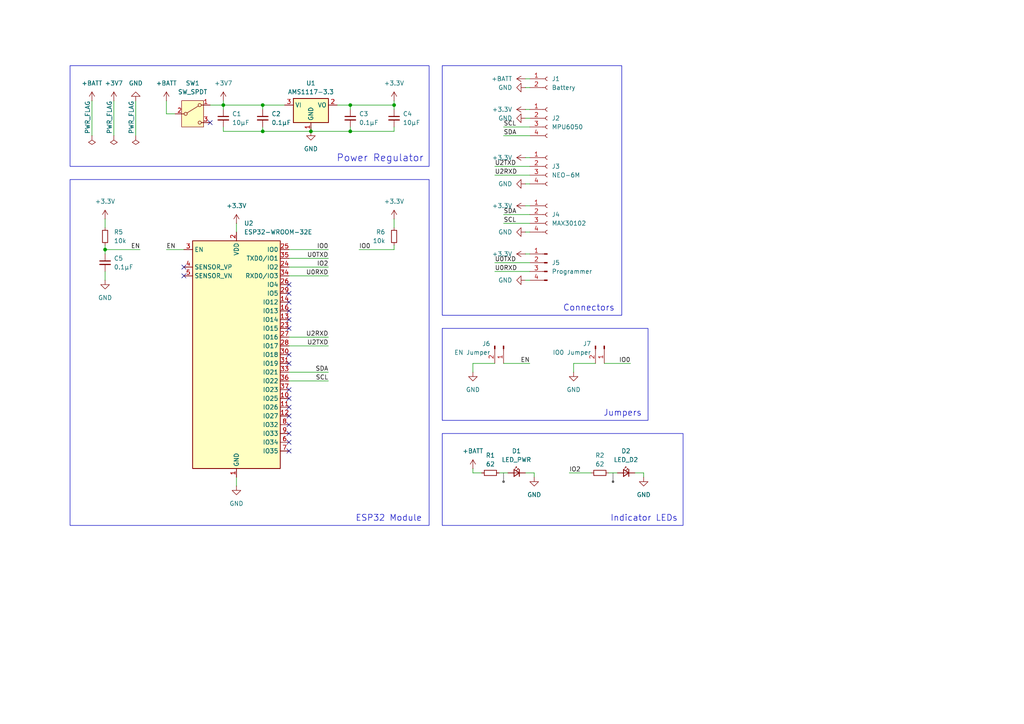
<source format=kicad_sch>
(kicad_sch (version 20231120) (generator "eeschema") (generator_version "8.0")
  (paper "A4")
  (lib_symbols
    (symbol "Connector:Conn_01x02_Pin" (pin_names (offset 1.016) hide)
      (property "Reference" "J" (at 0 2.54 0))
      (property "Value" "Conn_01x02_Pin" (at 0 -5.08 0))
      (symbol "Conn_01x02_Pin_1_1"
        (polyline (pts (xy 1.27 -2.54) (xy 0.8636 -2.54)) (stroke (width 0.1524)))
        (polyline (pts (xy 1.27 0) (xy 0.8636 0)) (stroke (width 0.1524)))
        (rectangle (start 0.8636 -2.413) (end 0 -2.667) (stroke (width 0.1524)) (fill (type outline)))
        (rectangle (start 0.8636 0.127) (end 0 -0.127) (stroke (width 0.1524)) (fill (type outline)))
        (pin passive line (at 5.08 0 180) (length 3.81) (name "Pin_1") (number "1"))
        (pin passive line (at 5.08 -2.54 180) (length 3.81) (name "Pin_2") (number "2"))
      )
    )
    (symbol "Connector:Conn_01x02_Socket" (pin_names (offset 1.016) hide)
      (property "Reference" "J" (at 0 2.54 0))
      (property "Value" "Conn_01x02_Socket" (at 0 -5.08 0))
      (symbol "Conn_01x02_Socket_1_1"
        (arc (start 0 -2.032) (mid -0.5058 -2.54) (end 0 -3.048) (stroke (width 0.1524)))
        (polyline (pts (xy -1.27 -2.54) (xy -0.508 -2.54)) (stroke (width 0.1524)))
        (polyline (pts (xy -1.27 0) (xy -0.508 0)) (stroke (width 0.1524)))
        (arc (start 0 0.508) (mid -0.5058 0) (end 0 -0.508) (stroke (width 0.1524)))
        (pin passive line (at -5.08 0 0) (length 3.81) (name "Pin_1") (number "1"))
        (pin passive line (at -5.08 -2.54 0) (length 3.81) (name "Pin_2") (number "2"))
      )
    )
    (symbol "Connector:Conn_01x04_Pin" (pin_names (offset 1.016) hide)
      (property "Reference" "J" (at 0 5.08 0))
      (property "Value" "Conn_01x04_Pin" (at 0 -7.62 0))
      (symbol "Conn_01x04_Pin_1_1"
        (polyline (pts (xy 1.27 -5.08) (xy 0.8636 -5.08)) (stroke (width 0.1524)))
        (polyline (pts (xy 1.27 -2.54) (xy 0.8636 -2.54)) (stroke (width 0.1524)))
        (polyline (pts (xy 1.27 0) (xy 0.8636 0)) (stroke (width 0.1524)))
        (polyline (pts (xy 1.27 2.54) (xy 0.8636 2.54)) (stroke (width 0.1524)))
        (rectangle (start 0.8636 -4.953) (end 0 -5.207) (stroke (width 0.1524)) (fill (type outline)))
        (rectangle (start 0.8636 -2.413) (end 0 -2.667) (stroke (width 0.1524)) (fill (type outline)))
        (rectangle (start 0.8636 0.127) (end 0 -0.127) (stroke (width 0.1524)) (fill (type outline)))
        (rectangle (start 0.8636 2.667) (end 0 2.413) (stroke (width 0.1524)) (fill (type outline)))
        (pin passive line (at 5.08 2.54 180) (length 3.81) (name "Pin_1") (number "1"))
        (pin passive line (at 5.08 0 180) (length 3.81) (name "Pin_2") (number "2"))
        (pin passive line (at 5.08 -2.54 180) (length 3.81) (name "Pin_3") (number "3"))
        (pin passive line (at 5.08 -5.08 180) (length 3.81) (name "Pin_4") (number "4"))
      )
    )
    (symbol "Connector:Conn_01x04_Socket" (pin_names (offset 1.016) hide)
      (property "Reference" "J" (at 0 5.08 0))
      (property "Value" "Conn_01x04_Socket" (at 0 -7.62 0))
      (symbol "Conn_01x04_Socket_1_1"
        (arc (start 0 -4.572) (mid -0.5058 -5.08) (end 0 -5.588) (stroke (width 0.1524)))
        (arc (start 0 -2.032) (mid -0.5058 -2.54) (end 0 -3.048) (stroke (width 0.1524)))
        (polyline (pts (xy -1.27 -5.08) (xy -0.508 -5.08)) (stroke (width 0.1524)))
        (polyline (pts (xy -1.27 -2.54) (xy -0.508 -2.54)) (stroke (width 0.1524)))
        (polyline (pts (xy -1.27 0) (xy -0.508 0)) (stroke (width 0.1524)))
        (polyline (pts (xy -1.27 2.54) (xy -0.508 2.54)) (stroke (width 0.1524)))
        (arc (start 0 0.508) (mid -0.5058 0) (end 0 -0.508) (stroke (width 0.1524)))
        (arc (start 0 3.048) (mid -0.5058 2.54) (end 0 2.032) (stroke (width 0.1524)))
        (pin passive line (at -5.08 2.54 0) (length 3.81) (name "Pin_1") (number "1"))
        (pin passive line (at -5.08 0 0) (length 3.81) (name "Pin_2") (number "2"))
        (pin passive line (at -5.08 -2.54 0) (length 3.81) (name "Pin_3") (number "3"))
        (pin passive line (at -5.08 -5.08 0) (length 3.81) (name "Pin_4") (number "4"))
      )
    )
    (symbol "Device:C_Small" (pin_numbers hide) (pin_names (offset 0.254) hide)
      (property "Reference" "C" (at 0.254 1.778 0))
      (property "Value" "C_Small" (at 0.254 -2.032 0))
      (symbol "C_Small_0_1"
        (polyline (pts (xy -1.524 -0.508) (xy 1.524 -0.508)) (stroke (width 0.3302)))
        (polyline (pts (xy -1.524 0.508) (xy 1.524 0.508)) (stroke (width 0.3048)))
      )
      (symbol "C_Small_1_1"
        (pin passive line (at 0 2.54 270) (length 2.032) (name "~") (number "1"))
        (pin passive line (at 0 -2.54 90) (length 2.032) (name "~") (number "2"))
      )
    )
    (symbol "Device:LED_Small" (pin_numbers hide) (pin_names (offset 0.254) hide)
      (property "Reference" "D" (at -1.27 3.175 0))
      (property "Value" "LED_Small" (at -4.445 -2.54 0))
      (symbol "LED_Small_0_1"
        (polyline (pts (xy -0.762 -1.016) (xy -0.762 1.016)) (stroke (width 0.254)))
        (polyline (pts (xy 1.016 0) (xy -0.762 0)))
        (polyline (pts (xy 0.762 -1.016) (xy -0.762 0) (xy 0.762 1.016) (xy 0.762 -1.016)) (stroke (width 0.254)))
        (polyline (pts (xy 0 0.762) (xy -0.508 1.27) (xy -0.254 1.27) (xy -0.508 1.27) (xy -0.508 1.016)))
        (polyline (pts (xy 0.508 1.27) (xy 0 1.778) (xy 0.254 1.778) (xy 0 1.778) (xy 0 1.524)))
      )
      (symbol "LED_Small_1_1"
        (pin passive line (at -2.54 0 0) (length 1.778) (name "K") (number "1"))
        (pin passive line (at 2.54 0 180) (length 1.778) (name "A") (number "2"))
      )
    )
    (symbol "Device:R_Small" (pin_numbers hide) (pin_names (offset 0.254) hide)
      (property "Reference" "R" (at 0.762 0.508 0))
      (property "Value" "R_Small" (at 0.762 -1.016 0))
      (symbol "R_Small_0_1"
        (rectangle (start -0.762 1.778) (end 0.762 -1.778) (stroke (width 0.2032)))
      )
      (symbol "R_Small_1_1"
        (pin passive line (at 0 2.54 270) (length 0.762) (name "~") (number "1"))
        (pin passive line (at 0 -2.54 90) (length 0.762) (name "~") (number "2"))
      )
    )
    (symbol "RF_Module:ESP32-WROOM-32E"
      (property "Reference" "U" (at -12.7 34.29 0))
      (property "Value" "ESP32-WROOM-32E" (at 1.27 34.29 0))
      (symbol "ESP32-WROOM-32E_0_1"
        (rectangle (start -12.7 33.02) (end 12.7 -33.02) (stroke (width 0.254)) (fill (type background)))
      )
      (symbol "ESP32-WROOM-32E_1_1"
        (pin power_in line (at 0 -35.56 90) (length 2.54) (name "GND") (number "1"))
        (pin bidirectional line (at 15.24 -12.7 180) (length 2.54) (name "IO25") (number "10"))
        (pin bidirectional line (at 15.24 -15.24 180) (length 2.54) (name "IO26") (number "11"))
        (pin bidirectional line (at 15.24 -17.78 180) (length 2.54) (name "IO27") (number "12"))
        (pin bidirectional line (at 15.24 10.16 180) (length 2.54) (name "IO14") (number "13"))
        (pin bidirectional line (at 15.24 15.24 180) (length 2.54) (name "IO12") (number "14"))
        (pin passive line (at 0 -35.56 90) (length 2.54) hide (name "GND") (number "15"))
        (pin bidirectional line (at 15.24 12.7 180) (length 2.54) (name "IO13") (number "16"))
        (pin no_connect line (at -12.7 -5.08 0) (length 2.54) hide (name "NC") (number "17"))
        (pin no_connect line (at -12.7 -7.62 0) (length 2.54) hide (name "NC") (number "18"))
        (pin no_connect line (at -12.7 -12.7 0) (length 2.54) hide (name "NC") (number "19"))
        (pin power_in line (at 0 35.56 270) (length 2.54) (name "VDD") (number "2"))
        (pin no_connect line (at -12.7 -10.16 0) (length 2.54) hide (name "NC") (number "20"))
        (pin no_connect line (at -12.7 0 0) (length 2.54) hide (name "NC") (number "21"))
        (pin no_connect line (at -12.7 -2.54 0) (length 2.54) hide (name "NC") (number "22"))
        (pin bidirectional line (at 15.24 7.62 180) (length 2.54) (name "IO15") (number "23"))
        (pin bidirectional line (at 15.24 25.4 180) (length 2.54) (name "IO2") (number "24"))
        (pin bidirectional line (at 15.24 30.48 180) (length 2.54) (name "IO0") (number "25"))
        (pin bidirectional line (at 15.24 20.32 180) (length 2.54) (name "IO4") (number "26"))
        (pin bidirectional line (at 15.24 5.08 180) (length 2.54) (name "IO16") (number "27"))
        (pin bidirectional line (at 15.24 2.54 180) (length 2.54) (name "IO17") (number "28"))
        (pin bidirectional line (at 15.24 17.78 180) (length 2.54) (name "IO5") (number "29"))
        (pin input line (at -15.24 30.48 0) (length 2.54) (name "EN") (number "3"))
        (pin bidirectional line (at 15.24 0 180) (length 2.54) (name "IO18") (number "30"))
        (pin bidirectional line (at 15.24 -2.54 180) (length 2.54) (name "IO19") (number "31"))
        (pin no_connect line (at -12.7 -27.94 0) (length 2.54) hide (name "NC") (number "32"))
        (pin bidirectional line (at 15.24 -5.08 180) (length 2.54) (name "IO21") (number "33"))
        (pin bidirectional line (at 15.24 22.86 180) (length 2.54) (name "RXD0/IO3") (number "34"))
        (pin bidirectional line (at 15.24 27.94 180) (length 2.54) (name "TXD0/IO1") (number "35"))
        (pin bidirectional line (at 15.24 -7.62 180) (length 2.54) (name "IO22") (number "36"))
        (pin bidirectional line (at 15.24 -10.16 180) (length 2.54) (name "IO23") (number "37"))
        (pin passive line (at 0 -35.56 90) (length 2.54) hide (name "GND") (number "38"))
        (pin passive line (at 0 -35.56 90) (length 2.54) hide (name "GND") (number "39"))
        (pin input line (at -15.24 25.4 0) (length 2.54) (name "SENSOR_VP") (number "4"))
        (pin input line (at -15.24 22.86 0) (length 2.54) (name "SENSOR_VN") (number "5"))
        (pin input line (at 15.24 -25.4 180) (length 2.54) (name "IO34") (number "6"))
        (pin input line (at 15.24 -27.94 180) (length 2.54) (name "IO35") (number "7"))
        (pin bidirectional line (at 15.24 -20.32 180) (length 2.54) (name "IO32") (number "8"))
        (pin bidirectional line (at 15.24 -22.86 180) (length 2.54) (name "IO33") (number "9"))
      )
    )
    (symbol "Regulator_Linear:AMS1117-3.3"
      (property "Reference" "U" (at -3.81 3.175 0))
      (property "Value" "AMS1117-3.3" (at 0 3.175 0))
      (symbol "AMS1117-3.3_0_1"
        (rectangle (start -5.08 -5.08) (end 5.08 1.905) (stroke (width 0.254)) (fill (type background)))
      )
      (symbol "AMS1117-3.3_1_1"
        (pin power_in line (at 0 -7.62 90) (length 2.54) (name "GND") (number "1"))
        (pin power_out line (at 7.62 0 180) (length 2.54) (name "VO") (number "2"))
        (pin power_in line (at -7.62 0 0) (length 2.54) (name "VI") (number "3"))
      )
    )
    (symbol "Switch:SW_SPDT" (pin_names (offset 0) hide)
      (property "Reference" "SW" (at 0 5.08 0))
      (property "Value" "SW_SPDT" (at 0 -5.08 0))
      (symbol "SW_SPDT_0_1"
        (circle (center -2.032 0) (radius 0.4572))
        (polyline (pts (xy -1.651 0.254) (xy 1.651 2.286)))
        (circle (center 2.032 -2.54) (radius 0.4572))
        (circle (center 2.032 2.54) (radius 0.4572))
      )
      (symbol "SW_SPDT_1_1"
        (rectangle (start -3.175 3.81) (end 3.175 -3.81) (fill (type background)))
        (pin passive line (at 5.08 2.54 180) (length 2.54) (name "A") (number "1"))
        (pin passive line (at -5.08 0 0) (length 2.54) (name "B") (number "2"))
        (pin passive line (at 5.08 -2.54 180) (length 2.54) (name "C") (number "3"))
      )
    )
    (symbol "power:+3.3V" (power) (pin_numbers hide) (pin_names (offset 0) hide)
      (property "Value" "+3.3V" (at 0 3.556 0))
      (symbol "+3.3V_0_1"
        (polyline (pts (xy -0.762 1.27) (xy 0 2.54)))
        (polyline (pts (xy 0 0) (xy 0 2.54)))
        (polyline (pts (xy 0 2.54) (xy 0.762 1.27)))
      )
      (symbol "+3.3V_1_1"
        (pin power_in line (at 0 0 90) (length 0) (name "~") (number "1"))
      )
    )
    (symbol "power:+3V3" (power) (pin_numbers hide) (pin_names (offset 0) hide)
      (property "Value" "+3V3" (at 0 3.556 0))
      (symbol "+3V3_0_1"
        (polyline (pts (xy -0.762 1.27) (xy 0 2.54)))
        (polyline (pts (xy 0 0) (xy 0 2.54)))
        (polyline (pts (xy 0 2.54) (xy 0.762 1.27)))
      )
      (symbol "+3V3_1_1"
        (pin power_in line (at 0 0 90) (length 0) (name "~") (number "1"))
      )
    )
    (symbol "power:+BATT" (power) (pin_numbers hide) (pin_names (offset 0) hide)
      (property "Value" "+BATT" (at 0 3.556 0))
      (symbol "+BATT_0_1"
        (polyline (pts (xy -0.762 1.27) (xy 0 2.54)))
        (polyline (pts (xy 0 0) (xy 0 2.54)))
        (polyline (pts (xy 0 2.54) (xy 0.762 1.27)))
      )
      (symbol "+BATT_1_1"
        (pin power_in line (at 0 0 90) (length 0) (name "~") (number "1"))
      )
    )
    (symbol "power:GND" (power) (pin_numbers hide) (pin_names (offset 0) hide)
      (property "Value" "GND" (at 0 -3.81 0))
      (symbol "GND_0_1"
        (polyline (pts (xy 0 0) (xy 0 -1.27) (xy 1.27 -1.27) (xy 0 -2.54) (xy -1.27 -1.27) (xy 0 -1.27)))
      )
      (symbol "GND_1_1"
        (pin power_in line (at 0 0 270) (length 0) (name "~") (number "1"))
      )
    )
    (symbol "power:PWR_FLAG" (power) (pin_numbers hide) (pin_names (offset 0) hide)
      (property "Value" "PWR_FLAG" (at 0 3.81 0))
      (symbol "PWR_FLAG_0_0"
        (pin power_out line (at 0 0 90) (length 0) (name "~") (number "1"))
      )
      (symbol "PWR_FLAG_0_1"
        (polyline (pts (xy 0 0) (xy 0 1.27) (xy -1.016 1.905) (xy 0 2.54) (xy 1.016 1.905) (xy 0 1.27)))
      )
    )
  )
  (junction (at 76.2 30.48))
  (junction (at 76.2 38.1))
  (junction (at 101.6 38.1))
  (junction (at 114.3 30.48))
  (junction (at 101.6 30.48))
  (junction (at 64.77 30.48))
  (junction (at 30.48 72.39))
  (junction (at 90.17 38.1))
  (no_connect (at 83.82 85.09))
  (no_connect (at 53.34 80.01))
  (no_connect (at 83.82 105.41))
  (no_connect (at 83.82 125.73))
  (no_connect (at 83.82 130.81))
  (no_connect (at 83.82 102.87))
  (no_connect (at 53.34 77.47))
  (no_connect (at 83.82 92.71))
  (no_connect (at 83.82 123.19))
  (no_connect (at 83.82 82.55))
  (no_connect (at 83.82 120.65))
  (no_connect (at 83.82 115.57))
  (no_connect (at 83.82 113.03))
  (no_connect (at 83.82 118.11))
  (no_connect (at 83.82 128.27))
  (no_connect (at 60.96 35.56))
  (no_connect (at 83.82 87.63))
  (no_connect (at 83.82 90.17))
  (no_connect (at 83.82 95.25))
  (wire (pts (xy 101.6 38.1) (xy 114.3 38.1)))
  (wire (pts (xy 144.78 137.16) (xy 147.32 137.16)))
  (wire (pts (xy 48.26 33.02) (xy 50.8 33.02)))
  (wire (pts (xy 176.53 137.16) (xy 179.07 137.16)))
  (wire (pts (xy 30.48 78.74) (xy 30.48 81.28)))
  (wire (pts (xy 143.51 76.2) (xy 153.67 76.2)))
  (wire (pts (xy 143.51 78.74) (xy 153.67 78.74)))
  (wire (pts (xy 83.82 100.33) (xy 95.25 100.33)))
  (wire (pts (xy 39.37 29.21) (xy 39.37 39.37)))
  (wire (pts (xy 114.3 38.1) (xy 114.3 36.83)))
  (wire (pts (xy 154.94 138.43) (xy 154.94 137.16)))
  (wire (pts (xy 143.51 105.41) (xy 137.16 105.41)))
  (wire (pts (xy 165.1 137.16) (xy 171.45 137.16)))
  (wire (pts (xy 186.69 137.16) (xy 184.15 137.16)))
  (wire (pts (xy 104.14 72.39) (xy 114.3 72.39)))
  (wire (pts (xy 83.82 74.93) (xy 95.25 74.93)))
  (wire (pts (xy 152.4 81.28) (xy 153.67 81.28)))
  (wire (pts (xy 114.3 71.12) (xy 114.3 72.39)))
  (wire (pts (xy 101.6 38.1) (xy 101.6 36.83)))
  (wire (pts (xy 166.37 105.41) (xy 166.37 107.95)))
  (wire (pts (xy 101.6 30.48) (xy 101.6 31.75)))
  (wire (pts (xy 76.2 30.48) (xy 76.2 31.75)))
  (wire (pts (xy 83.82 97.79) (xy 95.25 97.79)))
  (wire (pts (xy 137.16 135.89) (xy 137.16 137.16)))
  (wire (pts (xy 64.77 30.48) (xy 76.2 30.48)))
  (wire (pts (xy 90.17 38.1) (xy 101.6 38.1)))
  (wire (pts (xy 152.4 25.4) (xy 153.67 25.4)))
  (wire (pts (xy 152.4 34.29) (xy 153.67 34.29)))
  (wire (pts (xy 101.6 30.48) (xy 114.3 30.48)))
  (wire (pts (xy 48.26 29.21) (xy 48.26 33.02)))
  (wire (pts (xy 83.82 72.39) (xy 95.25 72.39)))
  (wire (pts (xy 83.82 77.47) (xy 95.25 77.47)))
  (wire (pts (xy 146.05 64.77) (xy 153.67 64.77)))
  (wire (pts (xy 146.05 36.83) (xy 153.67 36.83)))
  (wire (pts (xy 152.4 22.86) (xy 153.67 22.86)))
  (wire (pts (xy 114.3 29.21) (xy 114.3 30.48)))
  (wire (pts (xy 64.77 38.1) (xy 76.2 38.1)))
  (wire (pts (xy 48.26 72.39) (xy 53.34 72.39)))
  (wire (pts (xy 30.48 63.5) (xy 30.48 66.04)))
  (wire (pts (xy 40.64 72.39) (xy 30.48 72.39)))
  (wire (pts (xy 137.16 105.41) (xy 137.16 107.95)))
  (wire (pts (xy 97.79 30.48) (xy 101.6 30.48)))
  (wire (pts (xy 186.69 138.43) (xy 186.69 137.16)))
  (wire (pts (xy 153.67 53.34) (xy 152.4 53.34)))
  (wire (pts (xy 90.17 36.83) (xy 90.17 38.1)))
  (wire (pts (xy 64.77 38.1) (xy 64.77 36.83)))
  (wire (pts (xy 143.51 48.26) (xy 153.67 48.26)))
  (wire (pts (xy 146.05 62.23) (xy 153.67 62.23)))
  (wire (pts (xy 137.16 137.16) (xy 139.7 137.16)))
  (wire (pts (xy 153.67 67.31) (xy 152.4 67.31)))
  (wire (pts (xy 146.05 39.37) (xy 153.67 39.37)))
  (wire (pts (xy 154.94 137.16) (xy 152.4 137.16)))
  (wire (pts (xy 68.58 64.77) (xy 68.58 67.31)))
  (wire (pts (xy 68.58 138.43) (xy 68.58 140.97)))
  (wire (pts (xy 114.3 30.48) (xy 114.3 31.75)))
  (wire (pts (xy 152.4 45.72) (xy 153.67 45.72)))
  (wire (pts (xy 76.2 38.1) (xy 90.17 38.1)))
  (wire (pts (xy 83.82 110.49) (xy 95.25 110.49)))
  (wire (pts (xy 26.67 29.21) (xy 26.67 39.37)))
  (wire (pts (xy 30.48 72.39) (xy 30.48 73.66)))
  (wire (pts (xy 146.05 105.41) (xy 153.67 105.41)))
  (wire (pts (xy 152.4 59.69) (xy 153.67 59.69)))
  (wire (pts (xy 76.2 36.83) (xy 76.2 38.1)))
  (wire (pts (xy 83.82 80.01) (xy 95.25 80.01)))
  (wire (pts (xy 172.72 105.41) (xy 166.37 105.41)))
  (wire (pts (xy 152.4 73.66) (xy 153.67 73.66)))
  (wire (pts (xy 64.77 29.21) (xy 64.77 30.48)))
  (wire (pts (xy 82.55 30.48) (xy 76.2 30.48)))
  (wire (pts (xy 152.4 31.75) (xy 153.67 31.75)))
  (wire (pts (xy 33.02 29.21) (xy 33.02 39.37)))
  (wire (pts (xy 60.96 30.48) (xy 64.77 30.48)))
  (wire (pts (xy 83.82 107.95) (xy 95.25 107.95)))
  (wire (pts (xy 64.77 30.48) (xy 64.77 31.75)))
  (wire (pts (xy 30.48 71.12) (xy 30.48 72.39)))
  (wire (pts (xy 143.51 50.8) (xy 153.67 50.8)))
  (wire (pts (xy 114.3 63.5) (xy 114.3 66.04)))
  (wire (pts (xy 175.26 105.41) (xy 182.88 105.41)))
  (rectangle (start 20.32 52.07) (end 124.46 152.4))
  (rectangle (start 128.27 125.73) (end 198.12 152.4))
  (rectangle (start 128.27 95.25) (end 187.96 121.92))
  (rectangle (start 128.27 19.05) (end 180.34 91.44))
  (rectangle (start 20.32 19.05) (end 124.46 48.26))
  (text "Indicator LEDs" (at 196.596 150.368 0) (effects (font (size 1.778 1.778)) (justify right)))
  (text "Power Regulator" (at 122.936 45.974 0) (effects (font (size 2.032 2.032)) (justify right)))
  (text "Jumpers" (at 186.182 119.888 0) (effects (font (size 1.778 1.778)) (justify right)))
  (text "Connectors" (at 178.308 89.408 0) (effects (font (size 1.778 1.778)) (justify right)))
  (text "ESP32 Module" (at 122.428 150.368 0) (effects (font (size 1.778 1.778)) (justify right)))
  (label "U0RXD" (at 143.51 78.74 0))
  (label "U2RXD" (at 95.25 97.79 180))
  (label "SCL" (at 146.05 64.77 0))
  (label "SCL" (at 146.05 36.83 0))
  (label "IO0" (at 182.88 105.41 180))
  (label "EN" (at 40.64 72.39 180))
  (label "EN" (at 48.26 72.39 0))
  (label "U0TXD" (at 95.25 74.93 180))
  (label "IO0" (at 104.14 72.39 0))
  (label "IO0" (at 95.25 72.39 180))
  (label "U2RXD" (at 143.51 50.8 0))
  (label "U2TXD" (at 95.25 100.33 180))
  (label "EN" (at 153.67 105.41 180))
  (label "SDA" (at 95.25 107.95 180))
  (label "U0RXD" (at 95.25 80.01 180))
  (label "IO2" (at 95.25 77.47 180))
  (label "SDA" (at 146.05 62.23 0))
  (label "IO2" (at 165.1 137.16 0))
  (label "SCL" (at 95.25 110.49 180))
  (label "U2TXD" (at 143.51 48.26 0))
  (label "U0TXD" (at 143.51 76.2 0))
  (label "SDA" (at 146.05 39.37 0))
  (netclass_flag "" (length 2.54) (shape dot) (at 177.8 137.16 180) (property "Netclass" "Signal" (effects (hide yes))))
  (netclass_flag "" (length 2.54) (shape dot) (at 146.05 137.16 180) (property "Netclass" "Signal" (effects (hide yes))))
  (symbol (lib_id "power:+BATT") (at 48.26 29.21 0) (unit 1)
    (property "Reference" "#PWR06" (effects (hide yes)))
    (property "Value" "+BATT" (at 48.26 24.13 0))
    (property "Description" "Power symbol creates a global label with name \"+BATT\"" (effects (hide yes)))
  )
  (symbol (lib_id "Connector:Conn_01x02_Pin") (at 175.26 100.33 270) (unit 1)
    (property "Reference" "J7" (at 171.45 99.6949 90) (effects (justify right)))
    (property "Value" "IO0 Jumper" (at 171.45 102.2349 90) (effects (justify right)))
    (property "Footprint" "Connector_PinHeader_2.54mm:PinHeader_1x02_P2.54mm_Vertical" (effects (hide yes)))
    (property "Description" "Generic connector, single row, 01x02, script generated" (effects (hide yes)))
  )
  (symbol (lib_id "Device:C_Small") (at 76.2 34.29 0) (unit 1)
    (property "Reference" "C2" (at 78.74 33.0262 0) (effects (justify left)))
    (property "Value" "0.1µF" (at 78.74 35.5662 0) (effects (justify left)))
    (property "Footprint" "Capacitor_SMD:C_1206_3216Metric_Pad1.33x1.80mm_HandSolder" (effects (hide yes)))
    (property "Description" "Unpolarized capacitor, small symbol" (effects (hide yes)))
  )
  (symbol (lib_id "Device:C_Small") (at 30.48 76.2 0) (unit 1)
    (property "Reference" "C5" (at 33.02 74.9362 0) (effects (justify left)))
    (property "Value" "0.1µF" (at 33.02 77.4762 0) (effects (justify left)))
    (property "Footprint" "Capacitor_SMD:C_1206_3216Metric_Pad1.33x1.80mm_HandSolder" (effects (hide yes)))
    (property "Description" "Unpolarized capacitor, small symbol" (effects (hide yes)))
  )
  (symbol (lib_id "power:+3.3V") (at 30.48 63.5 0) (unit 1)
    (property "Reference" "#PWR017" (effects (hide yes)))
    (property "Value" "+3.3V" (at 30.48 58.42 0))
    (property "Description" "Power symbol creates a global label with name \"+3.3V\"" (effects (hide yes)))
  )
  (symbol (lib_id "Device:R_Small") (at 30.48 68.58 0) (unit 1)
    (property "Reference" "R5" (at 33.02 67.3099 0) (effects (justify left)))
    (property "Value" "10k" (at 33.02 69.8499 0) (effects (justify left)))
    (property "Footprint" "Resistor_SMD:R_1206_3216Metric_Pad1.30x1.75mm_HandSolder" (effects (hide yes)))
    (property "Description" "Resistor, small symbol" (effects (hide yes)))
  )
  (symbol (lib_id "Regulator_Linear:AMS1117-3.3") (at 90.17 30.48 0) (unit 1)
    (property "Reference" "U1" (at 90.17 24.13 0))
    (property "Value" "AMS1117-3.3" (at 90.17 26.67 0))
    (property "Footprint" "Package_TO_SOT_SMD:SOT-223-3_TabPin2" (effects (hide yes)))
    (property "Datasheet" "http://www.advanced-monolithic.com/pdf/ds1117.pdf" (effects (hide yes)))
    (property "Description" "1A Low Dropout regulator, positive, 3.3V fixed output, SOT-223" (effects (hide yes)))
  )
  (symbol (lib_id "power:+3V3") (at 33.02 29.21 0) (unit 1)
    (property "Reference" "#PWR04" (effects (hide yes)))
    (property "Value" "+3V7" (at 33.02 24.13 0))
    (property "Description" "Power symbol creates a global label with name \"+3V3\"" (effects (hide yes)))
  )
  (symbol (lib_id "Device:LED_Small") (at 149.86 137.16 0) (mirror y) (unit 1)
    (property "Reference" "D1" (at 149.7965 130.81 0))
    (property "Value" "LED_PWR" (at 149.7965 133.35 0))
    (property "Footprint" "LED_THT:LED_D5.0mm_Horizontal_O1.27mm_Z3.0mm" (effects (hide yes)))
    (property "Description" "Light emitting diode, small symbol" (effects (hide yes)))
  )
  (symbol (lib_id "Device:R_Small") (at 142.24 137.16 90) (unit 1)
    (property "Reference" "R1" (at 142.24 132.08 90))
    (property "Value" "62" (at 142.24 134.62 90))
    (property "Footprint" "Resistor_SMD:R_1206_3216Metric_Pad1.30x1.75mm_HandSolder" (effects (hide yes)))
    (property "Description" "Resistor, small symbol" (effects (hide yes)))
  )
  (symbol (lib_id "power:+3V3") (at 64.77 29.21 0) (unit 1)
    (property "Reference" "#PWR07" (effects (hide yes)))
    (property "Value" "+3V7" (at 64.77 24.13 0))
    (property "Description" "Power symbol creates a global label with name \"+3V3\"" (effects (hide yes)))
  )
  (symbol (lib_id "Connector:Conn_01x02_Pin") (at 146.05 100.33 270) (unit 1)
    (property "Reference" "J6" (at 142.24 99.6949 90) (effects (justify right)))
    (property "Value" "EN Jumper" (at 142.24 102.2349 90) (effects (justify right)))
    (property "Footprint" "Connector_PinHeader_2.54mm:PinHeader_1x02_P2.54mm_Vertical" (effects (hide yes)))
    (property "Description" "Generic connector, single row, 01x02, script generated" (effects (hide yes)))
  )
  (symbol (lib_id "power:+3.3V") (at 114.3 29.21 0) (unit 1)
    (property "Reference" "#PWR08" (effects (hide yes)))
    (property "Value" "+3.3V" (at 114.3 24.13 0))
    (property "Description" "Power symbol creates a global label with name \"+3.3V\"" (effects (hide yes)))
  )
  (symbol (lib_id "power:GND") (at 30.48 81.28 0) (unit 1)
    (property "Reference" "#PWR022" (effects (hide yes)))
    (property "Value" "GND" (at 30.48 86.36 0))
    (property "Description" "Power symbol creates a global label with name \"GND\" , ground" (effects (hide yes)))
  )
  (symbol (lib_id "power:GND") (at 152.4 25.4 270) (unit 1)
    (property "Reference" "#PWR02" (effects (hide yes)))
    (property "Value" "GND" (at 148.59 25.3999 90) (effects (justify right)))
    (property "Description" "Power symbol creates a global label with name \"GND\" , ground" (effects (hide yes)))
  )
  (symbol (lib_id "power:+3.3V") (at 114.3 63.5 0) (mirror y) (unit 1)
    (property "Reference" "#PWR029" (effects (hide yes)))
    (property "Value" "+3.3V" (at 114.3 58.42 0))
    (property "Description" "Power symbol creates a global label with name \"+3.3V\"" (effects (hide yes)))
  )
  (symbol (lib_id "Device:C_Small") (at 101.6 34.29 0) (unit 1)
    (property "Reference" "C3" (at 104.14 33.0262 0) (effects (justify left)))
    (property "Value" "0.1µF" (at 104.14 35.5662 0) (effects (justify left)))
    (property "Footprint" "Capacitor_SMD:C_1206_3216Metric_Pad1.33x1.80mm_HandSolder" (effects (hide yes)))
    (property "Description" "Unpolarized capacitor, small symbol" (effects (hide yes)))
  )
  (symbol (lib_id "power:+3.3V") (at 68.58 64.77 0) (unit 1)
    (property "Reference" "#PWR018" (effects (hide yes)))
    (property "Value" "+3.3V" (at 68.58 59.69 0))
    (property "Description" "Power symbol creates a global label with name \"+3.3V\"" (effects (hide yes)))
  )
  (symbol (lib_id "RF_Module:ESP32-WROOM-32E") (at 68.58 102.87 0) (unit 1)
    (property "Reference" "U2" (at 70.7741 64.77 0) (effects (justify left)))
    (property "Value" "ESP32-WROOM-32E" (at 70.7741 67.31 0) (effects (justify left)))
    (property "Footprint" "RF_Module:ESP32-WROOM-32D" (effects (hide yes)))
    (property "Datasheet" "https://www.espressif.com/sites/default/files/documentation/esp32-wroom-32e_esp32-wroom-32ue_datasheet_en.pdf" (effects (hide yes)))
    (property "Description" "RF Module, ESP32-D0WD-V3 SoC, without PSRAM, Wi-Fi 802.11b/g/n, Bluetooth, BLE, 32-bit, 2.7-3.6V, onboard antenna, SMD" (effects (hide yes)))
  )
  (symbol (lib_id "Device:R_Small") (at 173.99 137.16 90) (unit 1)
    (property "Reference" "R2" (at 173.99 132.08 90))
    (property "Value" "62" (at 173.99 134.62 90))
    (property "Footprint" "Resistor_SMD:R_1206_3216Metric_Pad1.30x1.75mm_HandSolder" (effects (hide yes)))
    (property "Description" "Resistor, small symbol" (effects (hide yes)))
  )
  (symbol (lib_id "Device:C_Small") (at 64.77 34.29 0) (unit 1)
    (property "Reference" "C1" (at 67.31 33.0262 0) (effects (justify left)))
    (property "Value" "10µF" (at 67.31 35.5662 0) (effects (justify left)))
    (property "Footprint" "Capacitor_SMD:C_1206_3216Metric_Pad1.33x1.80mm_HandSolder" (effects (hide yes)))
    (property "Description" "Unpolarized capacitor, small symbol" (effects (hide yes)))
  )
  (symbol (lib_id "power:GND") (at 137.16 107.95 0) (unit 1)
    (property "Reference" "#PWR011" (effects (hide yes)))
    (property "Value" "GND" (at 137.16 113.03 0))
    (property "Description" "Power symbol creates a global label with name \"GND\" , ground" (effects (hide yes)))
  )
  (symbol (lib_id "power:GND") (at 186.69 138.43 0) (unit 1)
    (property "Reference" "#PWR025" (effects (hide yes)))
    (property "Value" "GND" (at 186.69 143.51 0))
    (property "Description" "Power symbol creates a global label with name \"GND\" , ground" (effects (hide yes)))
  )
  (symbol (lib_id "Connector:Conn_01x04_Socket") (at 158.75 48.26 0) (unit 1)
    (property "Reference" "J3" (at 160.02 48.2599 0) (effects (justify left)))
    (property "Value" "NEO-6M" (at 160.02 50.7999 0) (effects (justify left)))
    (property "Footprint" "Connector_JST:JST_XH_B4B-XH-A_1x04_P2.50mm_Vertical" (effects (hide yes)))
    (property "Description" "Generic connector, single row, 01x04, script generated" (effects (hide yes)))
  )
  (symbol (lib_id "power:PWR_FLAG") (at 26.67 39.37 180) (unit 1)
    (property "Reference" "#FLG01" (effects (hide yes)))
    (property "Value" "PWR_FLAG" (at 25.4 34.036 90))
    (property "Description" "Special symbol for telling ERC where power comes from" (effects (hide yes)))
  )
  (symbol (lib_id "power:PWR_FLAG") (at 33.02 39.37 180) (unit 1)
    (property "Reference" "#FLG02" (effects (hide yes)))
    (property "Value" "PWR_FLAG" (at 31.75 34.036 90))
    (property "Description" "Special symbol for telling ERC where power comes from" (effects (hide yes)))
  )
  (symbol (lib_id "Device:R_Small") (at 114.3 68.58 0) (mirror y) (unit 1)
    (property "Reference" "R6" (at 111.76 67.3099 0) (effects (justify left)))
    (property "Value" "10k" (at 111.76 69.8499 0) (effects (justify left)))
    (property "Footprint" "Resistor_SMD:R_1206_3216Metric_Pad1.30x1.75mm_HandSolder" (effects (hide yes)))
    (property "Description" "Resistor, small symbol" (effects (hide yes)))
  )
  (symbol (lib_id "power:+3.3V") (at 152.4 59.69 90) (unit 1)
    (property "Reference" "#PWR016" (effects (hide yes)))
    (property "Value" "+3.3V" (at 148.59 59.6899 90) (effects (justify left)))
    (property "Description" "Power symbol creates a global label with name \"+3.3V\"" (effects (hide yes)))
  )
  (symbol (lib_id "Switch:SW_SPDT") (at 55.88 33.02 0) (unit 1)
    (property "Reference" "SW1" (at 55.88 24.13 0))
    (property "Value" "SW_SPDT" (at 55.88 26.67 0))
    (property "Footprint" "Button_Switch_THT:SW_Slide_SPDT_Angled_CK_OS102011MA1Q" (effects (hide yes)))
    (property "Description" "Switch, single pole double throw" (effects (hide yes)))
  )
  (symbol (lib_id "power:+3.3V") (at 152.4 73.66 90) (unit 1)
    (property "Reference" "#PWR020" (effects (hide yes)))
    (property "Value" "+3.3V" (at 148.59 73.6599 90) (effects (justify left)))
    (property "Description" "Power symbol creates a global label with name \"+3.3V\"" (effects (hide yes)))
  )
  (symbol (lib_id "power:GND") (at 166.37 107.95 0) (unit 1)
    (property "Reference" "#PWR015" (effects (hide yes)))
    (property "Value" "GND" (at 166.37 113.03 0))
    (property "Description" "Power symbol creates a global label with name \"GND\" , ground" (effects (hide yes)))
  )
  (symbol (lib_id "power:GND") (at 152.4 67.31 270) (unit 1)
    (property "Reference" "#PWR019" (effects (hide yes)))
    (property "Value" "GND" (at 148.59 67.3099 90) (effects (justify right)))
    (property "Description" "Power symbol creates a global label with name \"GND\" , ground" (effects (hide yes)))
  )
  (symbol (lib_id "power:GND") (at 39.37 29.21 180) (unit 1)
    (property "Reference" "#PWR05" (effects (hide yes)))
    (property "Value" "GND" (at 39.37 24.13 0))
    (property "Description" "Power symbol creates a global label with name \"GND\" , ground" (effects (hide yes)))
  )
  (symbol (lib_id "power:GND") (at 154.94 138.43 0) (unit 1)
    (property "Reference" "#PWR024" (effects (hide yes)))
    (property "Value" "GND" (at 154.94 143.51 0))
    (property "Description" "Power symbol creates a global label with name \"GND\" , ground" (effects (hide yes)))
  )
  (symbol (lib_id "power:+BATT") (at 137.16 135.89 0) (unit 1)
    (property "Reference" "#PWR023" (effects (hide yes)))
    (property "Value" "+BATT" (at 137.16 130.81 0))
    (property "Description" "Power symbol creates a global label with name \"+BATT\"" (effects (hide yes)))
  )
  (symbol (lib_id "power:GND") (at 90.17 38.1 0) (unit 1)
    (property "Reference" "#PWR012" (effects (hide yes)))
    (property "Value" "GND" (at 90.17 43.18 0))
    (property "Description" "Power symbol creates a global label with name \"GND\" , ground" (effects (hide yes)))
  )
  (symbol (lib_id "power:PWR_FLAG") (at 39.37 39.37 180) (unit 1)
    (property "Reference" "#FLG03" (effects (hide yes)))
    (property "Value" "PWR_FLAG" (at 38.1 34.036 90))
    (property "Description" "Special symbol for telling ERC where power comes from" (effects (hide yes)))
  )
  (symbol (lib_id "Device:C_Small") (at 114.3 34.29 0) (unit 1)
    (property "Reference" "C4" (at 116.84 33.0262 0) (effects (justify left)))
    (property "Value" "10µF" (at 116.84 35.5662 0) (effects (justify left)))
    (property "Footprint" "Capacitor_SMD:C_1206_3216Metric_Pad1.33x1.80mm_HandSolder" (effects (hide yes)))
    (property "Description" "Unpolarized capacitor, small symbol" (effects (hide yes)))
  )
  (symbol (lib_id "Connector:Conn_01x04_Socket") (at 158.75 62.23 0) (unit 1)
    (property "Reference" "J4" (at 160.02 62.2299 0) (effects (justify left)))
    (property "Value" "MAX30102" (at 160.02 64.7699 0) (effects (justify left)))
    (property "Footprint" "Connector_JST:JST_XH_B4B-XH-A_1x04_P2.50mm_Vertical" (effects (hide yes)))
    (property "Description" "Generic connector, single row, 01x04, script generated" (effects (hide yes)))
  )
  (symbol (lib_id "power:GND") (at 152.4 34.29 270) (unit 1)
    (property "Reference" "#PWR010" (effects (hide yes)))
    (property "Value" "GND" (at 148.59 34.2899 90) (effects (justify right)))
    (property "Description" "Power symbol creates a global label with name \"GND\" , ground" (effects (hide yes)))
  )
  (symbol (lib_id "Device:LED_Small") (at 181.61 137.16 0) (mirror y) (unit 1)
    (property "Reference" "D2" (at 181.5465 130.81 0))
    (property "Value" "LED_D2" (at 181.5465 133.35 0))
    (property "Footprint" "LED_SMD:LED_1206_3216Metric_Pad1.42x1.75mm_HandSolder" (effects (hide yes)))
    (property "Description" "Light emitting diode, small symbol" (effects (hide yes)))
  )
  (symbol (lib_id "Connector:Conn_01x02_Socket") (at 158.75 22.86 0) (unit 1)
    (property "Reference" "J1" (at 160.02 22.8599 0) (effects (justify left)))
    (property "Value" "Battery" (at 160.02 25.3999 0) (effects (justify left)))
    (property "Footprint" "Connector_JST:JST_XH_B2B-XH-A_1x02_P2.50mm_Vertical" (effects (hide yes)))
    (property "Description" "Generic connector, single row, 01x02, script generated" (effects (hide yes)))
  )
  (symbol (lib_id "power:GND") (at 152.4 53.34 270) (unit 1)
    (property "Reference" "#PWR014" (effects (hide yes)))
    (property "Value" "GND" (at 148.59 53.3399 90) (effects (justify right)))
    (property "Description" "Power symbol creates a global label with name \"GND\" , ground" (effects (hide yes)))
  )
  (symbol (lib_id "power:+3.3V") (at 152.4 31.75 90) (unit 1)
    (property "Reference" "#PWR09" (effects (hide yes)))
    (property "Value" "+3.3V" (at 148.59 31.7499 90) (effects (justify left)))
    (property "Description" "Power symbol creates a global label with name \"+3.3V\"" (effects (hide yes)))
  )
  (symbol (lib_id "Connector:Conn_01x04_Pin") (at 158.75 76.2 0) (mirror y) (unit 1)
    (property "Reference" "J5" (at 160.02 76.1999 0) (effects (justify right)))
    (property "Value" "Programmer" (at 160.02 78.7399 0) (effects (justify right)))
    (property "Footprint" "Connector_PinHeader_2.54mm:PinHeader_1x04_P2.54mm_Vertical" (effects (hide yes)))
    (property "Description" "Generic connector, single row, 01x04, script generated" (effects (hide yes)))
  )
  (symbol (lib_id "Connector:Conn_01x04_Socket") (at 158.75 34.29 0) (unit 1)
    (property "Reference" "J2" (at 160.02 34.2899 0) (effects (justify left)))
    (property "Value" "MPU6050" (at 160.02 36.8299 0) (effects (justify left)))
    (property "Footprint" "Connector_JST:JST_XH_B4B-XH-A_1x04_P2.50mm_Vertical" (effects (hide yes)))
    (property "Description" "Generic connector, single row, 01x04, script generated" (effects (hide yes)))
  )
  (symbol (lib_id "power:GND") (at 68.58 140.97 0) (unit 1)
    (property "Reference" "#PWR028" (effects (hide yes)))
    (property "Value" "GND" (at 68.58 146.05 0))
    (property "Description" "Power symbol creates a global label with name \"GND\" , ground" (effects (hide yes)))
  )
  (symbol (lib_id "power:GND") (at 152.4 81.28 270) (unit 1)
    (property "Reference" "#PWR021" (effects (hide yes)))
    (property "Value" "GND" (at 148.59 81.2799 90) (effects (justify right)))
    (property "Description" "Power symbol creates a global label with name \"GND\" , ground" (effects (hide yes)))
  )
  (symbol (lib_id "power:+BATT") (at 26.67 29.21 0) (unit 1)
    (property "Reference" "#PWR03" (effects (hide yes)))
    (property "Value" "+BATT" (at 26.67 24.13 0))
    (property "Description" "Power symbol creates a global label with name \"+BATT\"" (effects (hide yes)))
  )
  (symbol (lib_id "power:+3.3V") (at 152.4 45.72 90) (unit 1)
    (property "Reference" "#PWR013" (effects (hide yes)))
    (property "Value" "+3.3V" (at 148.59 45.7199 90) (effects (justify left)))
    (property "Description" "Power symbol creates a global label with name \"+3.3V\"" (effects (hide yes)))
  )
  (symbol (lib_id "power:+BATT") (at 152.4 22.86 90) (unit 1)
    (property "Reference" "#PWR01" (effects (hide yes)))
    (property "Value" "+BATT" (at 148.59 22.8599 90) (effects (justify left)))
    (property "Description" "Power symbol creates a global label with name \"+BATT\"" (effects (hide yes)))
  )
)
</source>
